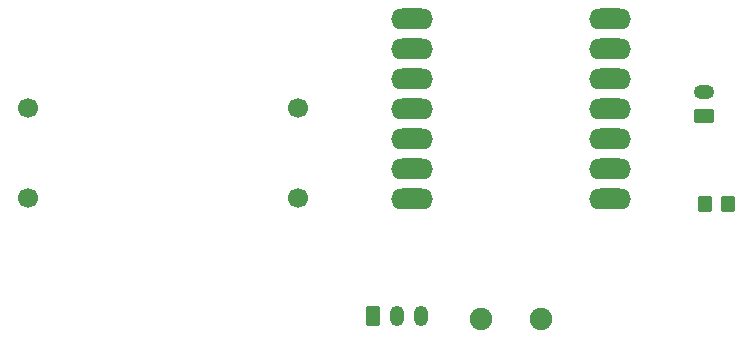
<source format=gbr>
%TF.GenerationSoftware,KiCad,Pcbnew,9.0.6*%
%TF.CreationDate,2026-02-28T16:28:42-08:00*%
%TF.ProjectId,display_new,64697370-6c61-4795-9f6e-65772e6b6963,rev?*%
%TF.SameCoordinates,Original*%
%TF.FileFunction,Soldermask,Top*%
%TF.FilePolarity,Negative*%
%FSLAX46Y46*%
G04 Gerber Fmt 4.6, Leading zero omitted, Abs format (unit mm)*
G04 Created by KiCad (PCBNEW 9.0.6) date 2026-02-28 16:28:42*
%MOMM*%
%LPD*%
G01*
G04 APERTURE LIST*
G04 Aperture macros list*
%AMRoundRect*
0 Rectangle with rounded corners*
0 $1 Rounding radius*
0 $2 $3 $4 $5 $6 $7 $8 $9 X,Y pos of 4 corners*
0 Add a 4 corners polygon primitive as box body*
4,1,4,$2,$3,$4,$5,$6,$7,$8,$9,$2,$3,0*
0 Add four circle primitives for the rounded corners*
1,1,$1+$1,$2,$3*
1,1,$1+$1,$4,$5*
1,1,$1+$1,$6,$7*
1,1,$1+$1,$8,$9*
0 Add four rect primitives between the rounded corners*
20,1,$1+$1,$2,$3,$4,$5,0*
20,1,$1+$1,$4,$5,$6,$7,0*
20,1,$1+$1,$6,$7,$8,$9,0*
20,1,$1+$1,$8,$9,$2,$3,0*%
G04 Aperture macros list end*
%ADD10O,1.750000X1.200000*%
%ADD11RoundRect,0.250000X0.625000X-0.350000X0.625000X0.350000X-0.625000X0.350000X-0.625000X-0.350000X0*%
%ADD12C,1.700000*%
%ADD13RoundRect,0.250000X0.350000X0.450000X-0.350000X0.450000X-0.350000X-0.450000X0.350000X-0.450000X0*%
%ADD14RoundRect,0.250000X-0.350000X-0.625000X0.350000X-0.625000X0.350000X0.625000X-0.350000X0.625000X0*%
%ADD15O,1.200000X1.750000*%
%ADD16O,3.556000X1.778000*%
%ADD17C,1.905000*%
G04 APERTURE END LIST*
D10*
%TO.C,J2*%
X154500000Y-84000000D03*
D11*
X154500000Y-86000000D03*
%TD*%
D12*
%TO.C,M1*%
X120120000Y-85380000D03*
X120120000Y-93000000D03*
X97260000Y-85380000D03*
X97260000Y-93000000D03*
%TD*%
D13*
%TO.C,R1*%
X156550000Y-93500000D03*
X154550000Y-93500000D03*
%TD*%
D14*
%TO.C,J1*%
X126500000Y-103000000D03*
D15*
X128500000Y-103000000D03*
X130500000Y-103000000D03*
%TD*%
D16*
%TO.C,U1*%
X129738000Y-77800000D03*
X129738000Y-80340000D03*
X129738000Y-82880000D03*
X129738000Y-85420000D03*
X129738000Y-87960000D03*
X129738000Y-90500000D03*
X129738000Y-93040000D03*
X146502000Y-93040000D03*
X146502000Y-90500000D03*
X146502000Y-87960000D03*
X146502000Y-85420000D03*
X146502000Y-82880000D03*
X146502000Y-80340000D03*
X146502000Y-77800000D03*
D17*
X135580000Y-103200000D03*
X140660000Y-103200000D03*
%TD*%
M02*

</source>
